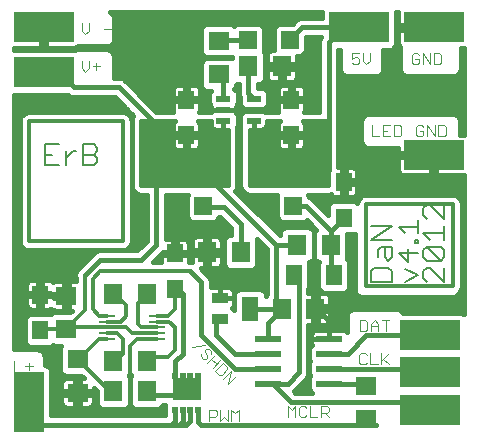
<source format=gtl>
G75*
G70*
%OFA0B0*%
%FSLAX24Y24*%
%IPPOS*%
%LPD*%
%AMOC8*
5,1,8,0,0,1.08239X$1,22.5*
%
%ADD10C,0.0060*%
%ADD11C,0.0030*%
%ADD12R,0.0472X0.0217*%
%ADD13R,0.0591X0.0591*%
%ADD14R,0.0710X0.0630*%
%ADD15R,0.0630X0.0710*%
%ADD16R,0.0551X0.0110*%
%ADD17R,0.0630X0.0709*%
%ADD18R,0.0571X0.0354*%
%ADD19R,0.0571X0.0827*%
%ADD20R,0.1000X0.2000*%
%ADD21R,0.0709X0.0630*%
%ADD22R,0.0866X0.0236*%
%ADD23R,0.2000X0.1000*%
%ADD24R,0.0551X0.0630*%
%ADD25R,0.0197X0.0248*%
%ADD26R,0.0966X0.0770*%
%ADD27R,0.0551X0.0709*%
%ADD28C,0.0160*%
%ADD29C,0.0120*%
%ADD30R,0.0396X0.0396*%
D10*
X009363Y009736D02*
X009830Y009736D01*
X010063Y009736D02*
X010063Y010203D01*
X010296Y010203D02*
X010063Y009969D01*
X010296Y010203D02*
X010413Y010203D01*
X010646Y010086D02*
X010996Y010086D01*
X011113Y009969D01*
X011113Y009853D01*
X010996Y009736D01*
X010646Y009736D01*
X010646Y010436D01*
X010996Y010436D01*
X011113Y010320D01*
X011113Y010203D01*
X010996Y010086D01*
X009830Y010436D02*
X009363Y010436D01*
X009363Y009736D01*
X009363Y010086D02*
X009596Y010086D01*
X020227Y007728D02*
X020928Y007728D01*
X020227Y007260D01*
X020928Y007260D01*
X020928Y007028D02*
X020578Y007028D01*
X020461Y006911D01*
X020461Y006677D01*
X020694Y006677D02*
X020694Y007028D01*
X020928Y007028D02*
X020928Y006677D01*
X020811Y006561D01*
X020694Y006677D01*
X020811Y006328D02*
X020344Y006328D01*
X020227Y006211D01*
X020227Y005861D01*
X020928Y005861D01*
X020928Y006211D01*
X020811Y006328D01*
X021376Y006288D02*
X021803Y006074D01*
X021376Y005861D01*
X021977Y005978D02*
X022094Y005861D01*
X021977Y005978D02*
X021977Y006211D01*
X022094Y006328D01*
X022211Y006328D01*
X022678Y005861D01*
X022678Y006328D01*
X022561Y006561D02*
X022094Y007028D01*
X022561Y007028D01*
X022678Y006911D01*
X022678Y006677D01*
X022561Y006561D01*
X022094Y006561D01*
X021977Y006677D01*
X021977Y006911D01*
X022094Y007028D01*
X022211Y007260D02*
X021977Y007494D01*
X022678Y007494D01*
X022678Y007260D02*
X022678Y007728D01*
X022678Y007960D02*
X022211Y008427D01*
X022094Y008427D01*
X021977Y008311D01*
X021977Y008077D01*
X022094Y007960D01*
X021803Y007899D02*
X021803Y007472D01*
X021803Y007686D02*
X021162Y007686D01*
X021376Y007472D01*
X021696Y007257D02*
X021696Y007150D01*
X021803Y007150D01*
X021803Y007257D01*
X021696Y007257D01*
X021483Y006932D02*
X021483Y006505D01*
X021162Y006826D01*
X021803Y006826D01*
X022678Y007960D02*
X022678Y008427D01*
D11*
X008595Y002846D02*
X008348Y002846D01*
X008348Y003216D01*
X008716Y003031D02*
X008963Y003031D01*
X008840Y003154D02*
X008840Y002908D01*
X014266Y003669D02*
X014702Y003757D01*
X014744Y003627D02*
X014701Y003583D01*
X014701Y003496D01*
X014788Y003409D01*
X014788Y003322D01*
X014744Y003278D01*
X014657Y003278D01*
X014570Y003365D01*
X014570Y003452D01*
X014744Y003627D02*
X014832Y003627D01*
X014919Y003540D01*
X014919Y003452D01*
X015048Y003410D02*
X014787Y003148D01*
X014918Y003279D02*
X015092Y003105D01*
X015223Y003236D02*
X014961Y002974D01*
X015047Y002888D02*
X015178Y002757D01*
X015265Y002757D01*
X015440Y002932D01*
X015440Y003019D01*
X015309Y003150D01*
X015047Y002888D01*
X015308Y002628D02*
X015569Y002889D01*
X015482Y002453D01*
X015744Y002715D01*
X015831Y001591D02*
X015831Y001221D01*
X015585Y001221D02*
X015585Y001591D01*
X015708Y001468D01*
X015831Y001591D01*
X015463Y001591D02*
X015463Y001221D01*
X015340Y001344D01*
X015216Y001221D01*
X015216Y001591D01*
X015095Y001529D02*
X015095Y001406D01*
X015033Y001344D01*
X014848Y001344D01*
X014848Y001221D02*
X014848Y001591D01*
X015033Y001591D01*
X015095Y001529D01*
X017473Y001346D02*
X017473Y001716D01*
X017596Y001593D01*
X017720Y001716D01*
X017720Y001346D01*
X017841Y001408D02*
X017903Y001346D01*
X018026Y001346D01*
X018088Y001408D01*
X018210Y001346D02*
X018456Y001346D01*
X018578Y001346D02*
X018578Y001716D01*
X018763Y001716D01*
X018825Y001654D01*
X018825Y001531D01*
X018763Y001469D01*
X018578Y001469D01*
X018701Y001469D02*
X018825Y001346D01*
X018210Y001346D02*
X018210Y001716D01*
X018088Y001654D02*
X018026Y001716D01*
X017903Y001716D01*
X017841Y001654D01*
X017841Y001408D01*
X019848Y003158D02*
X019910Y003096D01*
X020033Y003096D01*
X020095Y003158D01*
X020216Y003096D02*
X020463Y003096D01*
X020585Y003096D02*
X020585Y003466D01*
X020646Y003281D02*
X020831Y003096D01*
X020585Y003219D02*
X020831Y003466D01*
X020216Y003466D02*
X020216Y003096D01*
X019848Y003158D02*
X019848Y003404D01*
X019910Y003466D01*
X020033Y003466D01*
X020095Y003404D01*
X020053Y004196D02*
X019868Y004196D01*
X019868Y004566D01*
X020053Y004566D01*
X020115Y004504D01*
X020115Y004258D01*
X020053Y004196D01*
X020236Y004196D02*
X020236Y004443D01*
X020360Y004566D01*
X020483Y004443D01*
X020483Y004196D01*
X020483Y004381D02*
X020236Y004381D01*
X020605Y004566D02*
X020852Y004566D01*
X020728Y004566D02*
X020728Y004196D01*
X020638Y010696D02*
X020885Y010696D01*
X021006Y010696D02*
X021006Y011066D01*
X021192Y011066D01*
X021253Y011004D01*
X021253Y010758D01*
X021192Y010696D01*
X021006Y010696D01*
X020761Y010881D02*
X020638Y010881D01*
X020638Y011066D02*
X020638Y010696D01*
X020517Y010696D02*
X020270Y010696D01*
X020270Y011066D01*
X020638Y011066D02*
X020885Y011066D01*
X021743Y011004D02*
X021743Y010758D01*
X021805Y010696D01*
X021928Y010696D01*
X021990Y010758D01*
X021990Y010881D01*
X021866Y010881D01*
X021743Y011004D02*
X021805Y011066D01*
X021928Y011066D01*
X021990Y011004D01*
X022111Y011066D02*
X022111Y010696D01*
X022358Y010696D02*
X022111Y011066D01*
X022358Y011066D02*
X022358Y010696D01*
X022480Y010696D02*
X022665Y010696D01*
X022727Y010758D01*
X022727Y011004D01*
X022665Y011066D01*
X022480Y011066D01*
X022480Y010696D01*
X022520Y013096D02*
X022581Y013158D01*
X022581Y013404D01*
X022520Y013466D01*
X022335Y013466D01*
X022335Y013096D01*
X022520Y013096D01*
X022213Y013096D02*
X022213Y013466D01*
X021966Y013466D02*
X021966Y013096D01*
X021845Y013158D02*
X021845Y013281D01*
X021721Y013281D01*
X021598Y013158D02*
X021660Y013096D01*
X021783Y013096D01*
X021845Y013158D01*
X021845Y013404D02*
X021783Y013466D01*
X021660Y013466D01*
X021598Y013404D01*
X021598Y013158D01*
X021966Y013466D02*
X022213Y013096D01*
X020213Y013219D02*
X020213Y013466D01*
X020213Y013219D02*
X020090Y013096D01*
X019966Y013219D01*
X019966Y013466D01*
X019845Y013466D02*
X019598Y013466D01*
X019598Y013281D01*
X019721Y013343D01*
X019783Y013343D01*
X019845Y013281D01*
X019845Y013158D01*
X019783Y013096D01*
X019660Y013096D01*
X019598Y013158D01*
X011581Y014281D02*
X011335Y014281D01*
X010845Y014219D02*
X010845Y014466D01*
X010845Y014219D02*
X010721Y014096D01*
X010598Y014219D01*
X010598Y014466D01*
X010598Y013216D02*
X010598Y012969D01*
X010721Y012846D01*
X010845Y012969D01*
X010845Y013216D01*
X010966Y013031D02*
X011213Y013031D01*
X011090Y013154D02*
X011090Y012908D01*
D12*
X015321Y011955D03*
X015321Y011581D03*
X015321Y011207D03*
X016345Y011207D03*
X016345Y011955D03*
D13*
X016148Y013911D03*
X017526Y013911D03*
X017635Y008368D03*
X014643Y008368D03*
D14*
X015163Y012767D03*
X015163Y013887D03*
X010458Y003266D03*
X010458Y002146D03*
X020083Y002391D03*
X020083Y001271D03*
D15*
X015893Y006831D03*
X014773Y006831D03*
X017773Y007081D03*
X018893Y007081D03*
X017272Y013036D03*
X016152Y013036D03*
X012768Y002206D03*
X011648Y002206D03*
D16*
X011427Y003937D03*
X011427Y004134D03*
X011427Y004331D03*
X011427Y004528D03*
X011427Y004725D03*
X013120Y004725D03*
X013120Y004528D03*
X013120Y004331D03*
X013120Y004134D03*
X013120Y003937D03*
D17*
X012759Y003206D03*
X011657Y003206D03*
X011657Y005456D03*
X012759Y005456D03*
X017282Y004956D03*
X018384Y004956D03*
D18*
X015206Y005310D03*
X015206Y004602D03*
D19*
X016210Y004956D03*
D20*
X008833Y001831D03*
D21*
X010083Y004280D03*
X010083Y005382D03*
D22*
X016809Y003956D03*
X016809Y003456D03*
X016809Y002956D03*
X016809Y002456D03*
X018857Y002456D03*
X018857Y002956D03*
X018857Y003456D03*
X018857Y003956D03*
D23*
X022208Y004081D03*
X022208Y002831D03*
X022208Y001581D03*
X022333Y010081D03*
X022333Y014331D03*
X019833Y014331D03*
X009333Y014331D03*
X009333Y012831D03*
D24*
X014083Y011921D03*
X014083Y010740D03*
X017583Y010740D03*
X017583Y011921D03*
X019333Y009171D03*
X019333Y007990D03*
X013708Y006796D03*
X013708Y005615D03*
X009208Y005421D03*
X009208Y004240D03*
D25*
X013708Y002699D03*
X013964Y002699D03*
X014220Y002699D03*
X014476Y002699D03*
X014476Y001563D03*
X014220Y001563D03*
X013964Y001563D03*
X013708Y001563D03*
D26*
X014092Y002264D03*
D27*
X017664Y006081D03*
X019002Y006081D03*
D28*
X018893Y006190D01*
X018893Y007081D01*
X018893Y007550D01*
X018075Y008368D01*
X017635Y008368D01*
X017100Y008439D02*
X016177Y008439D01*
X016333Y008331D02*
X016833Y008331D01*
X017100Y008280D02*
X016336Y008280D01*
X016494Y008122D02*
X017100Y008122D01*
X017100Y008025D02*
X017136Y007937D01*
X017204Y007870D01*
X017292Y007833D01*
X017978Y007833D01*
X018066Y007870D01*
X018094Y007897D01*
X018397Y007594D01*
X018374Y007572D01*
X018338Y007484D01*
X018338Y006678D01*
X018374Y006590D01*
X018442Y006522D01*
X018494Y006501D01*
X018487Y006483D01*
X018487Y005679D01*
X018523Y005591D01*
X018591Y005523D01*
X018670Y005490D01*
X018462Y005490D01*
X018462Y005033D01*
X018879Y005033D01*
X018879Y005334D01*
X018867Y005380D01*
X018843Y005421D01*
X018810Y005454D01*
X018769Y005478D01*
X018736Y005487D01*
X019326Y005487D01*
X019414Y005523D01*
X019481Y005591D01*
X019518Y005679D01*
X019518Y006483D01*
X019481Y006571D01*
X019426Y006626D01*
X019448Y006678D01*
X019448Y007435D01*
X019656Y007435D01*
X019705Y007455D01*
X019705Y005564D01*
X019708Y005537D01*
X019714Y005511D01*
X019723Y005486D01*
X019734Y005461D01*
X019749Y005438D01*
X019765Y005417D01*
X019784Y005398D01*
X019806Y005381D01*
X019828Y005367D01*
X019853Y005355D01*
X019878Y005347D01*
X019904Y005341D01*
X019931Y005338D01*
X021225Y005338D01*
X021252Y005341D01*
X021278Y005347D01*
X021303Y005355D01*
X021308Y005358D01*
X021598Y005358D01*
X021603Y005355D01*
X021628Y005347D01*
X021654Y005341D01*
X021681Y005338D01*
X022975Y005338D01*
X023002Y005341D01*
X023028Y005347D01*
X023053Y005355D01*
X023078Y005367D01*
X023100Y005381D01*
X023121Y005398D01*
X023141Y005417D01*
X023157Y005438D01*
X023172Y005461D01*
X023183Y005486D01*
X023192Y005511D01*
X023194Y005517D01*
X023212Y005536D01*
X023258Y005646D01*
X023258Y008516D01*
X023212Y008626D01*
X023128Y008710D01*
X023018Y008756D01*
X020023Y008756D01*
X019913Y008710D01*
X019829Y008626D01*
X019783Y008516D01*
X019783Y008470D01*
X019744Y008509D01*
X019656Y008545D01*
X019010Y008545D01*
X018921Y008509D01*
X018854Y008441D01*
X018817Y008353D01*
X018817Y008078D01*
X018346Y008550D01*
X018256Y008640D01*
X018170Y008675D01*
X018170Y008711D01*
X018150Y008761D01*
X018897Y008761D01*
X018903Y008764D01*
X018913Y008746D01*
X018947Y008712D01*
X018988Y008689D01*
X019034Y008676D01*
X019275Y008676D01*
X019275Y009114D01*
X019391Y009114D01*
X019391Y009229D01*
X019789Y009229D01*
X019789Y009510D01*
X019776Y009556D01*
X019753Y009597D01*
X019719Y009630D01*
X019678Y009654D01*
X019632Y009666D01*
X019391Y009666D01*
X019391Y009229D01*
X019275Y009229D01*
X019275Y009666D01*
X019153Y009666D01*
X019153Y013591D01*
X019210Y013591D01*
X019210Y012934D01*
X019213Y012907D01*
X019219Y012881D01*
X019228Y012856D01*
X019239Y012831D01*
X019254Y012808D01*
X019270Y012787D01*
X019289Y012768D01*
X019311Y012751D01*
X019333Y012737D01*
X019358Y012725D01*
X019383Y012717D01*
X019409Y012711D01*
X019436Y012708D01*
X020429Y012708D01*
X020456Y012711D01*
X020482Y012717D01*
X020508Y012725D01*
X020532Y012737D01*
X020555Y012751D01*
X020576Y012768D01*
X020595Y012787D01*
X020612Y012808D01*
X020626Y012831D01*
X020638Y012856D01*
X020647Y012881D01*
X020653Y012907D01*
X020656Y012934D01*
X020656Y013591D01*
X020881Y013591D01*
X020969Y013627D01*
X021036Y013695D01*
X021073Y013783D01*
X021073Y014831D01*
X021153Y014831D01*
X021153Y014411D01*
X022253Y014411D01*
X022253Y014251D01*
X021153Y014251D01*
X021153Y013807D01*
X021165Y013761D01*
X021189Y013720D01*
X021221Y013688D01*
X021219Y013681D01*
X021213Y013654D01*
X021210Y013628D01*
X021210Y012934D01*
X021213Y012907D01*
X021219Y012881D01*
X021228Y012856D01*
X021239Y012831D01*
X021254Y012808D01*
X021270Y012787D01*
X021289Y012768D01*
X021311Y012751D01*
X021333Y012737D01*
X021358Y012725D01*
X021383Y012717D01*
X021409Y012711D01*
X021436Y012708D01*
X023002Y012708D01*
X023029Y012711D01*
X023055Y012717D01*
X023080Y012725D01*
X023105Y012737D01*
X023127Y012751D01*
X023149Y012768D01*
X023168Y012787D01*
X023184Y012808D01*
X023199Y012831D01*
X023210Y012856D01*
X023219Y012881D01*
X023225Y012907D01*
X023228Y012934D01*
X023228Y013628D01*
X023226Y013651D01*
X023333Y013651D01*
X023333Y010761D01*
X023206Y010761D01*
X023206Y011228D01*
X023203Y011254D01*
X023197Y011281D01*
X023188Y011306D01*
X023177Y011330D01*
X023162Y011353D01*
X023146Y011374D01*
X023126Y011393D01*
X023105Y011410D01*
X023083Y011425D01*
X023058Y011436D01*
X023033Y011445D01*
X023007Y011451D01*
X022980Y011454D01*
X020142Y011454D01*
X020115Y011451D01*
X020089Y011445D01*
X020063Y011436D01*
X020039Y011425D01*
X020016Y011410D01*
X019995Y011393D01*
X019976Y011374D01*
X019959Y011353D01*
X019945Y011330D01*
X019933Y011306D01*
X019924Y011281D01*
X019918Y011254D01*
X019915Y011228D01*
X019915Y010534D01*
X019918Y010507D01*
X019924Y010481D01*
X019933Y010456D01*
X019945Y010431D01*
X019959Y010408D01*
X019976Y010387D01*
X019995Y010368D01*
X020016Y010351D01*
X020039Y010337D01*
X020063Y010325D01*
X020089Y010317D01*
X020115Y010311D01*
X020142Y010308D01*
X021153Y010308D01*
X021153Y010161D01*
X022253Y010161D01*
X022253Y010001D01*
X021153Y010001D01*
X021153Y009557D01*
X021165Y009511D01*
X021189Y009470D01*
X021222Y009437D01*
X021263Y009413D01*
X021309Y009401D01*
X022253Y009401D01*
X022253Y010001D01*
X022413Y010001D01*
X022413Y009401D01*
X023333Y009401D01*
X023333Y004789D01*
X023256Y004821D01*
X021306Y004821D01*
X021302Y004830D01*
X021287Y004853D01*
X021271Y004874D01*
X021251Y004893D01*
X021230Y004910D01*
X021208Y004925D01*
X021183Y004936D01*
X021158Y004945D01*
X021132Y004951D01*
X021105Y004954D01*
X019666Y004954D01*
X019639Y004951D01*
X019612Y004945D01*
X019587Y004936D01*
X019563Y004925D01*
X019540Y004910D01*
X019519Y004893D01*
X019500Y004874D01*
X019483Y004853D01*
X019469Y004830D01*
X019457Y004806D01*
X019448Y004781D01*
X019442Y004754D01*
X019439Y004728D01*
X019439Y004175D01*
X019434Y004184D01*
X019400Y004218D01*
X019359Y004242D01*
X019313Y004254D01*
X018857Y004254D01*
X018857Y003956D01*
X018857Y003956D01*
X018857Y004557D01*
X018333Y005081D01*
X018307Y005110D02*
X018462Y005110D01*
X018462Y005033D02*
X018307Y005033D01*
X018307Y005490D01*
X018153Y005490D01*
X018153Y005615D01*
X018179Y005679D01*
X018179Y006483D01*
X018172Y006501D01*
X018224Y006522D01*
X018292Y006590D01*
X018328Y006678D01*
X018328Y007484D01*
X018292Y007572D01*
X018224Y007639D01*
X018136Y007676D01*
X017410Y007676D01*
X017322Y007639D01*
X017255Y007572D01*
X017218Y007484D01*
X017218Y007401D01*
X017215Y007401D01*
X015723Y008893D01*
X015729Y008900D01*
X015778Y009017D01*
X015778Y011004D01*
X015797Y011051D01*
X015797Y011363D01*
X015761Y011451D01*
X015737Y011475D01*
X015737Y011581D01*
X015737Y011687D01*
X015761Y011711D01*
X015797Y011799D01*
X015797Y012111D01*
X015761Y012199D01*
X015693Y012267D01*
X015678Y012273D01*
X015721Y012316D01*
X015758Y012404D01*
X015758Y012454D01*
X015789Y012441D01*
X015832Y012441D01*
X015832Y012084D01*
X015869Y011996D01*
X015869Y011799D01*
X015905Y011711D01*
X015973Y011643D01*
X016061Y011607D01*
X016629Y011607D01*
X016717Y011643D01*
X016784Y011711D01*
X016821Y011799D01*
X016821Y012111D01*
X016784Y012199D01*
X016717Y012267D01*
X016629Y012303D01*
X016472Y012303D01*
X016472Y012441D01*
X016515Y012441D01*
X016603Y012477D01*
X016670Y012545D01*
X016707Y012633D01*
X016707Y013438D01*
X016670Y013526D01*
X016667Y013530D01*
X016683Y013568D01*
X016683Y014254D01*
X016647Y014342D01*
X016579Y014409D01*
X016491Y014446D01*
X015805Y014446D01*
X015717Y014409D01*
X015683Y014376D01*
X015654Y014405D01*
X015565Y014442D01*
X014760Y014442D01*
X014672Y014405D01*
X014604Y014338D01*
X014568Y014249D01*
X014568Y013524D01*
X014604Y013436D01*
X014672Y013368D01*
X014760Y013332D01*
X015565Y013332D01*
X015597Y013345D01*
X015597Y013309D01*
X015565Y013322D01*
X014760Y013322D01*
X014672Y013286D01*
X014604Y013218D01*
X014568Y013130D01*
X014568Y012404D01*
X014604Y012316D01*
X014672Y012249D01*
X014760Y012212D01*
X014894Y012212D01*
X014881Y012199D01*
X014845Y012111D01*
X014845Y011799D01*
X014881Y011711D01*
X014905Y011687D01*
X014905Y011581D01*
X015321Y011581D01*
X015321Y011581D01*
X014905Y011581D01*
X014905Y011526D01*
X014520Y011526D01*
X014526Y011537D01*
X014539Y011583D01*
X014539Y011864D01*
X014141Y011864D01*
X014141Y011979D01*
X014539Y011979D01*
X014539Y012260D01*
X014526Y012306D01*
X014503Y012347D01*
X014469Y012380D01*
X014428Y012404D01*
X014382Y012416D01*
X014141Y012416D01*
X014141Y011979D01*
X014025Y011979D01*
X014025Y011864D01*
X013627Y011864D01*
X013627Y011583D01*
X013640Y011537D01*
X013646Y011526D01*
X013090Y011526D01*
X012014Y012602D01*
X011897Y012651D01*
X011669Y012651D01*
X011670Y012657D01*
X011673Y012684D01*
X011673Y013378D01*
X011670Y013404D01*
X011664Y013431D01*
X011655Y013456D01*
X011644Y013480D01*
X011629Y013503D01*
X011612Y013524D01*
X011593Y013543D01*
X011572Y013560D01*
X011549Y013575D01*
X011525Y013586D01*
X011500Y013595D01*
X011473Y013601D01*
X011447Y013604D01*
X010436Y013604D01*
X010409Y013601D01*
X010383Y013595D01*
X010358Y013586D01*
X010333Y013575D01*
X010327Y013571D01*
X008333Y013571D01*
X008333Y013651D01*
X009253Y013651D01*
X009253Y014251D01*
X009413Y014251D01*
X009413Y013651D01*
X010357Y013651D01*
X010402Y013663D01*
X010443Y013687D01*
X010464Y013708D01*
X011461Y013708D01*
X011487Y013711D01*
X011514Y013717D01*
X011539Y013725D01*
X011563Y013737D01*
X011586Y013751D01*
X011607Y013768D01*
X011626Y013787D01*
X011643Y013808D01*
X011658Y013831D01*
X011669Y013856D01*
X011678Y013881D01*
X011684Y013907D01*
X011687Y013934D01*
X011687Y014628D01*
X011684Y014654D01*
X011678Y014681D01*
X011669Y014706D01*
X011658Y014730D01*
X011643Y014753D01*
X011626Y014774D01*
X011607Y014793D01*
X011586Y014810D01*
X011563Y014825D01*
X011550Y014831D01*
X018593Y014831D01*
X018593Y014651D01*
X017882Y014651D01*
X017765Y014602D01*
X017675Y014512D01*
X017609Y014446D01*
X017183Y014446D01*
X017095Y014409D01*
X017027Y014342D01*
X016991Y014254D01*
X016991Y013571D01*
X016933Y013571D01*
X016887Y013558D01*
X016846Y013535D01*
X016813Y013501D01*
X016789Y013460D01*
X016777Y013414D01*
X016777Y013113D01*
X017194Y013113D01*
X017194Y012958D01*
X016777Y012958D01*
X016777Y012657D01*
X016789Y012611D01*
X016813Y012570D01*
X016846Y012537D01*
X016887Y012513D01*
X016933Y012501D01*
X017194Y012501D01*
X017194Y012958D01*
X017349Y012958D01*
X017349Y012501D01*
X017610Y012501D01*
X017656Y012513D01*
X017697Y012537D01*
X017731Y012570D01*
X017754Y012611D01*
X017767Y012657D01*
X017767Y012958D01*
X017349Y012958D01*
X017349Y013113D01*
X017767Y013113D01*
X017767Y013375D01*
X017869Y013375D01*
X017957Y013412D01*
X018025Y013479D01*
X018061Y013568D01*
X018061Y013993D01*
X018079Y014011D01*
X018561Y014011D01*
X018513Y013895D01*
X018513Y011526D01*
X018020Y011526D01*
X018026Y011537D01*
X018039Y011583D01*
X018039Y011864D01*
X017641Y011864D01*
X017641Y011979D01*
X018039Y011979D01*
X018039Y012260D01*
X018026Y012306D01*
X018003Y012347D01*
X017969Y012380D01*
X017928Y012404D01*
X017882Y012416D01*
X017641Y012416D01*
X017641Y011979D01*
X017525Y011979D01*
X017525Y011864D01*
X017127Y011864D01*
X017127Y011583D01*
X017140Y011537D01*
X017146Y011526D01*
X016699Y011526D01*
X016629Y011555D01*
X016061Y011555D01*
X015973Y011519D01*
X015905Y011451D01*
X015869Y011363D01*
X015869Y011051D01*
X015888Y011004D01*
X015888Y009017D01*
X015937Y008900D01*
X016027Y008810D01*
X016144Y008761D01*
X017120Y008761D01*
X017100Y008711D01*
X017100Y008025D01*
X017125Y007963D02*
X016653Y007963D01*
X016811Y007805D02*
X018186Y007805D01*
X018207Y007646D02*
X018344Y007646D01*
X018340Y007488D02*
X018326Y007488D01*
X018328Y007329D02*
X018338Y007329D01*
X018328Y007171D02*
X018338Y007171D01*
X018328Y007012D02*
X018338Y007012D01*
X018328Y006854D02*
X018338Y006854D01*
X018328Y006695D02*
X018338Y006695D01*
X018427Y006537D02*
X018238Y006537D01*
X018179Y006378D02*
X018487Y006378D01*
X018487Y006220D02*
X018179Y006220D01*
X018179Y006061D02*
X018487Y006061D01*
X018487Y005903D02*
X018179Y005903D01*
X018179Y005744D02*
X018487Y005744D01*
X018528Y005586D02*
X018153Y005586D01*
X018307Y005427D02*
X018462Y005427D01*
X018462Y005269D02*
X018307Y005269D01*
X018462Y005033D02*
X018462Y004878D01*
X018879Y004878D01*
X018879Y004578D01*
X018867Y004532D01*
X018843Y004491D01*
X018810Y004458D01*
X018769Y004434D01*
X018723Y004422D01*
X018462Y004422D01*
X018462Y004878D01*
X018307Y004878D01*
X018307Y004422D01*
X018153Y004422D01*
X018153Y002767D01*
X018104Y002650D01*
X017660Y002206D01*
X017715Y002151D01*
X018271Y002151D01*
X018220Y002202D01*
X018183Y002290D01*
X018183Y002622D01*
X018218Y002706D01*
X018183Y002790D01*
X018183Y003122D01*
X018218Y003206D01*
X018183Y003290D01*
X018183Y003622D01*
X018220Y003710D01*
X018264Y003754D01*
X018256Y003768D01*
X018243Y003814D01*
X018243Y003956D01*
X018857Y003956D01*
X018857Y004254D01*
X018400Y004254D01*
X018354Y004242D01*
X018313Y004218D01*
X018279Y004184D01*
X018256Y004143D01*
X018243Y004098D01*
X018243Y003956D01*
X018857Y003956D01*
X018857Y003956D01*
X018857Y004001D02*
X018857Y004001D01*
X018857Y004159D02*
X018857Y004159D01*
X018828Y004476D02*
X019439Y004476D01*
X019439Y004318D02*
X018153Y004318D01*
X018153Y004159D02*
X018265Y004159D01*
X018243Y004001D02*
X018153Y004001D01*
X018153Y003842D02*
X018243Y003842D01*
X018209Y003684D02*
X018153Y003684D01*
X018153Y003525D02*
X018183Y003525D01*
X018183Y003367D02*
X018153Y003367D01*
X018153Y003208D02*
X018217Y003208D01*
X018183Y003050D02*
X018153Y003050D01*
X018153Y002891D02*
X018183Y002891D01*
X018207Y002733D02*
X018139Y002733D01*
X018183Y002574D02*
X018029Y002574D01*
X018183Y002416D02*
X017870Y002416D01*
X017712Y002257D02*
X018197Y002257D01*
X017833Y002831D02*
X017833Y006081D01*
X017664Y006081D01*
X017583Y006081D01*
X016763Y006061D02*
X014805Y006061D01*
X014854Y006012D02*
X014604Y006262D01*
X014570Y006296D01*
X014696Y006296D01*
X014696Y006753D01*
X014851Y006753D01*
X014851Y006908D01*
X015268Y006908D01*
X015268Y007209D01*
X015256Y007255D01*
X015232Y007296D01*
X015199Y007330D01*
X015158Y007354D01*
X015112Y007366D01*
X014851Y007366D01*
X014851Y006908D01*
X014696Y006908D01*
X014696Y006753D01*
X014278Y006753D01*
X014278Y006523D01*
X014272Y006526D01*
X014164Y006526D01*
X014164Y006739D01*
X013766Y006739D01*
X013766Y006854D01*
X014696Y006854D01*
X014696Y006908D02*
X014278Y006908D01*
X014278Y007209D01*
X014290Y007255D01*
X014314Y007296D01*
X014348Y007330D01*
X014389Y007354D01*
X014434Y007366D01*
X014696Y007366D01*
X014696Y006908D01*
X014696Y007012D02*
X014851Y007012D01*
X014851Y006854D02*
X015338Y006854D01*
X015268Y006753D02*
X014851Y006753D01*
X014851Y006296D01*
X015112Y006296D01*
X015158Y006308D01*
X015199Y006332D01*
X015232Y006365D01*
X015256Y006406D01*
X015268Y006452D01*
X015268Y006753D01*
X015268Y006695D02*
X015338Y006695D01*
X015338Y006537D02*
X015268Y006537D01*
X015338Y006428D02*
X015374Y006340D01*
X015442Y006272D01*
X015530Y006236D01*
X016255Y006236D01*
X016344Y006272D01*
X016411Y006340D01*
X016448Y006428D01*
X016448Y007234D01*
X016427Y007285D01*
X016763Y006948D01*
X016763Y005445D01*
X016735Y005379D01*
X016735Y005417D01*
X016699Y005505D01*
X016631Y005573D01*
X016543Y005609D01*
X015877Y005609D01*
X015789Y005573D01*
X015721Y005505D01*
X015684Y005417D01*
X015684Y004925D01*
X015627Y004982D01*
X015605Y004992D01*
X015635Y005023D01*
X015659Y005064D01*
X015671Y005109D01*
X015671Y005302D01*
X015215Y005302D01*
X015215Y005319D01*
X015671Y005319D01*
X015671Y005511D01*
X015659Y005557D01*
X015635Y005598D01*
X015602Y005631D01*
X015561Y005655D01*
X015515Y005667D01*
X015215Y005667D01*
X015215Y005319D01*
X015197Y005319D01*
X015197Y005667D01*
X014903Y005667D01*
X014903Y005895D01*
X014854Y006012D01*
X014899Y005903D02*
X016763Y005903D01*
X016763Y005744D02*
X014903Y005744D01*
X015197Y005586D02*
X015215Y005586D01*
X015215Y005427D02*
X015197Y005427D01*
X015206Y005310D02*
X015333Y005310D01*
X015671Y005269D02*
X015684Y005269D01*
X015671Y005427D02*
X015689Y005427D01*
X015642Y005586D02*
X015820Y005586D01*
X015684Y005110D02*
X015671Y005110D01*
X015658Y004952D02*
X015684Y004952D01*
X015333Y004581D02*
X015083Y004581D01*
X015083Y004081D01*
X015708Y003456D01*
X016809Y003456D01*
X016809Y003956D02*
X016809Y004483D01*
X017120Y004794D01*
X017282Y004956D01*
X017083Y005155D01*
X017083Y007081D01*
X015083Y009081D01*
X015458Y009081D02*
X012583Y009081D01*
X012583Y011206D01*
X013708Y011206D01*
X013697Y011199D01*
X013663Y011166D01*
X013640Y011125D01*
X013627Y011079D01*
X013627Y010798D01*
X014025Y010798D01*
X014025Y010683D01*
X013627Y010683D01*
X013627Y010402D01*
X013640Y010356D01*
X013663Y010315D01*
X013697Y010281D01*
X013738Y010258D01*
X013784Y010245D01*
X014025Y010245D01*
X014025Y010683D01*
X014141Y010683D01*
X014141Y010798D01*
X014539Y010798D01*
X014539Y011079D01*
X014526Y011125D01*
X014503Y011166D01*
X014469Y011199D01*
X014458Y011206D01*
X014905Y011206D01*
X014905Y011075D01*
X014917Y011029D01*
X014941Y010988D01*
X014974Y010955D01*
X015015Y010931D01*
X015061Y010919D01*
X015321Y010919D01*
X015321Y011206D01*
X015321Y011206D01*
X015321Y010919D01*
X015458Y010919D01*
X015458Y009081D01*
X015458Y009231D02*
X012583Y009231D01*
X012583Y009390D02*
X015458Y009390D01*
X015458Y009548D02*
X012583Y009548D01*
X012583Y009707D02*
X015458Y009707D01*
X015458Y009865D02*
X012583Y009865D01*
X012583Y010024D02*
X015458Y010024D01*
X015458Y010182D02*
X012583Y010182D01*
X012583Y010341D02*
X013648Y010341D01*
X013627Y010499D02*
X012583Y010499D01*
X012583Y010658D02*
X013627Y010658D01*
X013627Y010816D02*
X012583Y010816D01*
X012583Y010975D02*
X013627Y010975D01*
X013645Y011133D02*
X012583Y011133D01*
X012263Y011270D02*
X012312Y011387D01*
X012318Y011393D01*
X011700Y012011D01*
X010269Y012011D01*
X010152Y012060D01*
X010120Y012091D01*
X008333Y012091D01*
X008333Y003604D01*
X009133Y003604D01*
X009160Y003601D01*
X009186Y003595D01*
X009212Y003586D01*
X009236Y003575D01*
X009259Y003560D01*
X009280Y003543D01*
X009299Y003524D01*
X009316Y003503D01*
X009330Y003480D01*
X009342Y003456D01*
X009351Y003431D01*
X009357Y003404D01*
X009360Y003378D01*
X009360Y003071D01*
X009381Y003071D01*
X009469Y003034D01*
X009536Y002967D01*
X009573Y002879D01*
X009573Y001401D01*
X013370Y001401D01*
X013370Y001735D01*
X013380Y001761D01*
X013305Y001761D01*
X013286Y001715D01*
X013219Y001647D01*
X013130Y001611D01*
X012405Y001611D01*
X012317Y001647D01*
X012249Y001715D01*
X012213Y001803D01*
X012213Y002609D01*
X012249Y002697D01*
X012254Y002702D01*
X012241Y002716D01*
X012208Y002795D01*
X012175Y002716D01*
X012161Y002702D01*
X012167Y002697D01*
X012203Y002609D01*
X012203Y001803D01*
X012167Y001715D01*
X012099Y001647D01*
X012011Y001611D01*
X011285Y001611D01*
X011197Y001647D01*
X011130Y001715D01*
X011093Y001803D01*
X011093Y002206D01*
X010993Y002307D01*
X010993Y002224D01*
X010535Y002224D01*
X010380Y002224D01*
X010380Y002641D01*
X010079Y002641D01*
X010034Y002629D01*
X009992Y002605D01*
X009959Y002572D01*
X009935Y002530D01*
X009923Y002485D01*
X009923Y002224D01*
X010380Y002224D01*
X010380Y002069D01*
X009923Y002069D01*
X009923Y001807D01*
X009935Y001762D01*
X009959Y001721D01*
X009992Y001687D01*
X010034Y001663D01*
X010079Y001651D01*
X010380Y001651D01*
X010380Y002069D01*
X010535Y002069D01*
X010535Y002224D01*
X010535Y002641D01*
X010658Y002641D01*
X010589Y002711D01*
X010055Y002711D01*
X009967Y002747D01*
X009900Y002815D01*
X009863Y002903D01*
X009863Y003628D01*
X009900Y003717D01*
X009908Y003725D01*
X009681Y003725D01*
X009639Y003742D01*
X009619Y003722D01*
X009531Y003685D01*
X008885Y003685D01*
X008796Y003722D01*
X008729Y003789D01*
X008692Y003878D01*
X008692Y004603D01*
X008729Y004691D01*
X008796Y004759D01*
X008885Y004795D01*
X009531Y004795D01*
X009573Y004778D01*
X009593Y004798D01*
X009681Y004835D01*
X010214Y004835D01*
X010266Y004887D01*
X010160Y004887D01*
X010160Y005305D01*
X010005Y005305D01*
X009664Y005305D01*
X009664Y005364D01*
X009266Y005364D01*
X009266Y005479D01*
X009549Y005479D01*
X009549Y005460D01*
X010005Y005460D01*
X010005Y005877D01*
X009705Y005877D01*
X009659Y005865D01*
X009628Y005847D01*
X009594Y005880D01*
X009553Y005904D01*
X009507Y005916D01*
X009266Y005916D01*
X009266Y005479D01*
X009150Y005479D01*
X009150Y005364D01*
X008752Y005364D01*
X008752Y005083D01*
X008765Y005037D01*
X008788Y004996D01*
X008822Y004962D01*
X008863Y004939D01*
X008909Y004926D01*
X009150Y004926D01*
X009150Y005364D01*
X009266Y005364D01*
X009266Y004926D01*
X009507Y004926D01*
X009553Y004939D01*
X009584Y004957D01*
X009585Y004957D01*
X009618Y004923D01*
X009659Y004899D01*
X009705Y004887D01*
X010005Y004887D01*
X010005Y005305D01*
X010005Y005460D01*
X010160Y005460D01*
X010160Y005877D01*
X010408Y005877D01*
X010408Y005969D01*
X010388Y006017D01*
X010388Y006145D01*
X010437Y006262D01*
X010937Y006762D01*
X011027Y006852D01*
X011144Y006901D01*
X012450Y006901D01*
X012763Y007213D01*
X012763Y008761D01*
X012519Y008761D01*
X012402Y008810D01*
X012312Y008900D01*
X012263Y009017D01*
X012263Y011270D01*
X012258Y011266D02*
X012212Y011376D01*
X012128Y011460D01*
X012018Y011506D01*
X008773Y011506D01*
X008663Y011460D01*
X008579Y011376D01*
X008533Y011266D01*
X008533Y007146D01*
X008579Y007036D01*
X008663Y006952D01*
X008773Y006906D01*
X008893Y006906D01*
X011898Y006906D01*
X012018Y006906D01*
X012128Y006952D01*
X012212Y007036D01*
X012258Y007146D01*
X012258Y011266D01*
X012247Y011292D02*
X012272Y011292D01*
X012261Y011450D02*
X012138Y011450D01*
X012102Y011609D02*
X008333Y011609D01*
X008333Y011767D02*
X011944Y011767D01*
X011785Y011926D02*
X008333Y011926D01*
X008333Y012084D02*
X010127Y012084D01*
X010333Y012331D02*
X011833Y012331D01*
X013333Y010831D01*
X014025Y010658D02*
X014141Y010658D01*
X014141Y010683D02*
X014141Y010245D01*
X014382Y010245D01*
X014428Y010258D01*
X014469Y010281D01*
X014503Y010315D01*
X014526Y010356D01*
X014539Y010402D01*
X014539Y010683D01*
X014141Y010683D01*
X014141Y010499D02*
X014025Y010499D01*
X014025Y010341D02*
X014141Y010341D01*
X014518Y010341D02*
X015458Y010341D01*
X015458Y010499D02*
X014539Y010499D01*
X014539Y010658D02*
X015458Y010658D01*
X015458Y010816D02*
X014539Y010816D01*
X014539Y010975D02*
X014954Y010975D01*
X014905Y011133D02*
X014521Y011133D01*
X014539Y011609D02*
X014905Y011609D01*
X014858Y011767D02*
X014539Y011767D01*
X014845Y011926D02*
X014141Y011926D01*
X014025Y011926D02*
X012690Y011926D01*
X012532Y012084D02*
X013627Y012084D01*
X013627Y011979D02*
X013627Y012260D01*
X013640Y012306D01*
X013663Y012347D01*
X013697Y012380D01*
X013738Y012404D01*
X013784Y012416D01*
X014025Y012416D01*
X014025Y011979D01*
X013627Y011979D01*
X013627Y011767D02*
X012849Y011767D01*
X013007Y011609D02*
X013627Y011609D01*
X014025Y012084D02*
X014141Y012084D01*
X014141Y012243D02*
X014025Y012243D01*
X014025Y012401D02*
X014141Y012401D01*
X014433Y012401D02*
X014569Y012401D01*
X014568Y012560D02*
X012056Y012560D01*
X012215Y012401D02*
X013733Y012401D01*
X013627Y012243D02*
X012373Y012243D01*
X011673Y012718D02*
X014568Y012718D01*
X014568Y012877D02*
X011673Y012877D01*
X011673Y013035D02*
X014568Y013035D01*
X014594Y013194D02*
X011673Y013194D01*
X011673Y013352D02*
X014710Y013352D01*
X014573Y013511D02*
X011623Y013511D01*
X011655Y013828D02*
X014568Y013828D01*
X014568Y013986D02*
X011687Y013986D01*
X011687Y014145D02*
X014568Y014145D01*
X014590Y014303D02*
X011687Y014303D01*
X011687Y014462D02*
X017625Y014462D01*
X017809Y014620D02*
X011687Y014620D01*
X011622Y014779D02*
X018593Y014779D01*
X017946Y014331D02*
X019833Y014331D01*
X019333Y014331D01*
X018833Y013831D01*
X018833Y010831D01*
X018833Y010816D02*
X018039Y010816D01*
X018039Y010798D02*
X018039Y011079D01*
X018026Y011125D01*
X018003Y011166D01*
X017969Y011199D01*
X017958Y011206D01*
X018833Y011206D01*
X018833Y009572D01*
X018817Y009534D01*
X018817Y009081D01*
X016208Y009081D01*
X016208Y010919D01*
X016345Y010919D01*
X016605Y010919D01*
X016650Y010931D01*
X016692Y010955D01*
X016725Y010988D01*
X016749Y011029D01*
X016761Y011075D01*
X016761Y011206D01*
X017208Y011206D01*
X017197Y011199D01*
X017163Y011166D01*
X017140Y011125D01*
X017127Y011079D01*
X017127Y010798D01*
X017525Y010798D01*
X017525Y010683D01*
X017127Y010683D01*
X017127Y010402D01*
X017140Y010356D01*
X017163Y010315D01*
X017197Y010281D01*
X017238Y010258D01*
X017284Y010245D01*
X017525Y010245D01*
X017525Y010683D01*
X017641Y010683D01*
X017641Y010798D01*
X018039Y010798D01*
X018039Y010683D02*
X017641Y010683D01*
X017641Y010245D01*
X017882Y010245D01*
X017928Y010258D01*
X017969Y010281D01*
X018003Y010315D01*
X018026Y010356D01*
X018039Y010402D01*
X018039Y010683D01*
X018039Y010658D02*
X018833Y010658D01*
X018833Y010499D02*
X018039Y010499D01*
X018018Y010341D02*
X018833Y010341D01*
X018833Y010182D02*
X016208Y010182D01*
X016208Y010024D02*
X018833Y010024D01*
X018833Y009865D02*
X016208Y009865D01*
X016208Y009707D02*
X018833Y009707D01*
X018823Y009548D02*
X016208Y009548D01*
X016208Y009390D02*
X018817Y009390D01*
X018817Y009231D02*
X016208Y009231D01*
X015888Y009231D02*
X015778Y009231D01*
X015778Y009073D02*
X015888Y009073D01*
X015931Y008914D02*
X015735Y008914D01*
X015860Y008756D02*
X017118Y008756D01*
X017100Y008597D02*
X016019Y008597D01*
X015333Y008331D02*
X015893Y007771D01*
X015893Y006831D01*
X016448Y006854D02*
X016763Y006854D01*
X016763Y006695D02*
X016448Y006695D01*
X016448Y006537D02*
X016763Y006537D01*
X016763Y006378D02*
X016427Y006378D01*
X016763Y006220D02*
X014646Y006220D01*
X014696Y006378D02*
X014851Y006378D01*
X014851Y006537D02*
X014696Y006537D01*
X014696Y006695D02*
X014851Y006695D01*
X015240Y006378D02*
X015358Y006378D01*
X015338Y006428D02*
X015338Y007234D01*
X015374Y007322D01*
X015442Y007389D01*
X015530Y007426D01*
X015573Y007426D01*
X015573Y007638D01*
X015200Y008011D01*
X015172Y008011D01*
X015142Y007937D01*
X015074Y007870D01*
X014986Y007833D01*
X014300Y007833D01*
X014212Y007870D01*
X014144Y007937D01*
X014108Y008025D01*
X014108Y008711D01*
X014128Y008761D01*
X013403Y008761D01*
X013403Y007290D01*
X013409Y007291D01*
X013650Y007291D01*
X013650Y006854D01*
X013308Y006854D01*
X013309Y006854D02*
X013650Y006854D01*
X013650Y006739D01*
X013252Y006739D01*
X013252Y006506D01*
X012960Y006506D01*
X013264Y006810D01*
X013309Y006854D01*
X013252Y006695D02*
X013150Y006695D01*
X013252Y006537D02*
X012991Y006537D01*
X012583Y006581D02*
X013083Y007081D01*
X013083Y009081D01*
X013333Y009331D01*
X013403Y008756D02*
X014126Y008756D01*
X014108Y008597D02*
X013403Y008597D01*
X013403Y008439D02*
X014108Y008439D01*
X014108Y008280D02*
X013403Y008280D01*
X013403Y008122D02*
X014108Y008122D01*
X014133Y007963D02*
X013403Y007963D01*
X013403Y007805D02*
X015406Y007805D01*
X015248Y007963D02*
X015153Y007963D01*
X015333Y007581D02*
X013583Y007581D01*
X013403Y007646D02*
X015565Y007646D01*
X015573Y007488D02*
X013403Y007488D01*
X013403Y007329D02*
X014347Y007329D01*
X014278Y007171D02*
X014154Y007171D01*
X014151Y007181D02*
X014128Y007222D01*
X014094Y007255D01*
X014053Y007279D01*
X014007Y007291D01*
X013766Y007291D01*
X013766Y006854D01*
X014164Y006854D01*
X014164Y007135D01*
X014151Y007181D01*
X014164Y007012D02*
X014278Y007012D01*
X014278Y006695D02*
X014164Y006695D01*
X014164Y006537D02*
X014278Y006537D01*
X014208Y006206D02*
X014333Y006081D01*
X014583Y005831D01*
X014583Y004081D01*
X015708Y002956D01*
X016809Y002956D01*
X016809Y002456D02*
X017458Y002456D01*
X017833Y002831D01*
X016958Y002456D02*
X016809Y002456D01*
X016958Y002456D02*
X017583Y001831D01*
X022333Y001831D01*
X022208Y001581D01*
X022208Y002831D02*
X022583Y003081D01*
X022581Y003061D01*
X022577Y003042D01*
X022569Y003024D01*
X022559Y003008D01*
X022546Y002993D01*
X022531Y002980D01*
X022515Y002970D01*
X022497Y002962D01*
X022478Y002958D01*
X022458Y002956D01*
X018857Y002956D01*
X018857Y003456D02*
X019458Y003456D01*
X020083Y004081D01*
X022208Y004081D01*
X022208Y003706D01*
X023322Y004793D02*
X023333Y004793D01*
X023333Y004952D02*
X021125Y004952D01*
X019757Y005427D02*
X018836Y005427D01*
X018879Y005269D02*
X023333Y005269D01*
X023333Y005427D02*
X023148Y005427D01*
X023233Y005586D02*
X023333Y005586D01*
X023333Y005744D02*
X023258Y005744D01*
X023258Y005903D02*
X023333Y005903D01*
X023333Y006061D02*
X023258Y006061D01*
X023258Y006220D02*
X023333Y006220D01*
X023333Y006378D02*
X023258Y006378D01*
X023258Y006537D02*
X023333Y006537D01*
X023333Y006695D02*
X023258Y006695D01*
X023258Y006854D02*
X023333Y006854D01*
X023333Y007012D02*
X023258Y007012D01*
X023258Y007171D02*
X023333Y007171D01*
X023333Y007329D02*
X023258Y007329D01*
X023258Y007488D02*
X023333Y007488D01*
X023333Y007646D02*
X023258Y007646D01*
X023258Y007805D02*
X023333Y007805D01*
X023333Y007963D02*
X023258Y007963D01*
X023258Y008122D02*
X023333Y008122D01*
X023333Y008280D02*
X023258Y008280D01*
X023258Y008439D02*
X023333Y008439D01*
X023333Y008597D02*
X023224Y008597D01*
X023333Y008756D02*
X019758Y008756D01*
X019753Y008746D02*
X019776Y008787D01*
X019789Y008833D01*
X019789Y009114D01*
X019391Y009114D01*
X019391Y008676D01*
X019632Y008676D01*
X019678Y008689D01*
X019719Y008712D01*
X019753Y008746D01*
X019817Y008597D02*
X018298Y008597D01*
X018152Y008756D02*
X018908Y008756D01*
X018853Y008439D02*
X018457Y008439D01*
X018615Y008280D02*
X018817Y008280D01*
X018817Y008122D02*
X018774Y008122D01*
X019333Y007990D02*
X018893Y007550D01*
X019448Y007329D02*
X019705Y007329D01*
X019705Y007171D02*
X019448Y007171D01*
X019448Y007012D02*
X019705Y007012D01*
X019705Y006854D02*
X019448Y006854D01*
X019448Y006695D02*
X019705Y006695D01*
X019705Y006537D02*
X019495Y006537D01*
X019518Y006378D02*
X019705Y006378D01*
X019705Y006220D02*
X019518Y006220D01*
X019518Y006061D02*
X019705Y006061D01*
X019705Y005903D02*
X019518Y005903D01*
X019518Y005744D02*
X019705Y005744D01*
X019705Y005586D02*
X019477Y005586D01*
X019645Y004952D02*
X018462Y004952D01*
X018462Y004793D02*
X018307Y004793D01*
X018307Y004635D02*
X018462Y004635D01*
X018462Y004476D02*
X018307Y004476D01*
X018879Y004635D02*
X019439Y004635D01*
X019452Y004793D02*
X018879Y004793D01*
X018879Y005110D02*
X023333Y005110D01*
X020083Y002391D02*
X020083Y002331D01*
X019958Y002456D01*
X018857Y002456D01*
X020083Y001271D02*
X020393Y001081D01*
X014583Y001081D01*
X014476Y001188D01*
X014476Y001563D01*
X014220Y001563D02*
X014220Y001218D01*
X014083Y001081D01*
X013833Y001081D01*
X013958Y001206D01*
X013958Y001581D01*
X013964Y001581D01*
X013964Y001563D01*
X013708Y001563D02*
X013708Y001206D01*
X013583Y001081D01*
X008833Y001081D01*
X008833Y001831D01*
X009573Y001782D02*
X009930Y001782D01*
X009923Y001940D02*
X009573Y001940D01*
X009573Y002099D02*
X010380Y002099D01*
X010535Y002099D02*
X011093Y002099D01*
X010993Y002069D02*
X010993Y001807D01*
X010981Y001762D01*
X010957Y001721D01*
X010923Y001687D01*
X010882Y001663D01*
X010837Y001651D01*
X010535Y001651D01*
X010535Y002069D01*
X010993Y002069D01*
X010993Y001940D02*
X011093Y001940D01*
X011102Y001782D02*
X010986Y001782D01*
X011255Y001623D02*
X009573Y001623D01*
X009573Y001465D02*
X013370Y001465D01*
X013370Y001623D02*
X013160Y001623D01*
X012893Y002081D02*
X012768Y002206D01*
X012893Y002081D02*
X013833Y002081D01*
X013708Y002206D01*
X013708Y002699D01*
X013708Y003206D01*
X013958Y003456D01*
X013958Y005456D01*
X013833Y005581D01*
X013583Y005581D01*
X012583Y006581D02*
X011208Y006581D01*
X010708Y006081D01*
X010419Y006220D02*
X008333Y006220D01*
X008333Y006378D02*
X010553Y006378D01*
X010711Y006537D02*
X008333Y006537D01*
X008333Y006695D02*
X010870Y006695D01*
X011031Y006854D02*
X008333Y006854D01*
X008333Y007012D02*
X008602Y007012D01*
X008533Y007171D02*
X008333Y007171D01*
X008333Y007329D02*
X008533Y007329D01*
X008533Y007488D02*
X008333Y007488D01*
X008333Y007646D02*
X008533Y007646D01*
X008533Y007805D02*
X008333Y007805D01*
X008333Y007963D02*
X008533Y007963D01*
X008533Y008122D02*
X008333Y008122D01*
X008333Y008280D02*
X008533Y008280D01*
X008533Y008439D02*
X008333Y008439D01*
X008333Y008597D02*
X008533Y008597D01*
X008533Y008756D02*
X008333Y008756D01*
X008333Y008914D02*
X008533Y008914D01*
X008533Y009073D02*
X008333Y009073D01*
X008333Y009231D02*
X008533Y009231D01*
X008533Y009390D02*
X008333Y009390D01*
X008333Y009548D02*
X008533Y009548D01*
X008533Y009707D02*
X008333Y009707D01*
X008333Y009865D02*
X008533Y009865D01*
X008533Y010024D02*
X008333Y010024D01*
X008333Y010182D02*
X008533Y010182D01*
X008533Y010341D02*
X008333Y010341D01*
X008333Y010499D02*
X008533Y010499D01*
X008533Y010658D02*
X008333Y010658D01*
X008333Y010816D02*
X008533Y010816D01*
X008533Y010975D02*
X008333Y010975D01*
X008333Y011133D02*
X008533Y011133D01*
X008544Y011292D02*
X008333Y011292D01*
X008333Y011450D02*
X008653Y011450D01*
X009333Y012831D02*
X009833Y012831D01*
X010333Y012331D01*
X010413Y013669D02*
X014568Y013669D01*
X015163Y013887D02*
X015186Y013911D01*
X016148Y013911D01*
X016683Y013986D02*
X016991Y013986D01*
X016991Y013828D02*
X016683Y013828D01*
X016683Y013669D02*
X016991Y013669D01*
X016823Y013511D02*
X016677Y013511D01*
X016707Y013352D02*
X016777Y013352D01*
X016777Y013194D02*
X016707Y013194D01*
X016707Y013035D02*
X017194Y013035D01*
X017349Y013035D02*
X018513Y013035D01*
X018513Y012877D02*
X017767Y012877D01*
X017767Y012718D02*
X018513Y012718D01*
X018513Y012560D02*
X017720Y012560D01*
X017641Y012401D02*
X017525Y012401D01*
X017525Y012416D02*
X017284Y012416D01*
X017238Y012404D01*
X017197Y012380D01*
X017163Y012347D01*
X017140Y012306D01*
X017127Y012260D01*
X017127Y011979D01*
X017525Y011979D01*
X017525Y012416D01*
X017525Y012243D02*
X017641Y012243D01*
X017641Y012084D02*
X017525Y012084D01*
X017525Y011926D02*
X016821Y011926D01*
X016821Y012084D02*
X017127Y012084D01*
X017127Y012243D02*
X016741Y012243D01*
X016472Y012401D02*
X017233Y012401D01*
X017194Y012560D02*
X017349Y012560D01*
X017349Y012718D02*
X017194Y012718D01*
X017194Y012877D02*
X017349Y012877D01*
X017767Y013194D02*
X018513Y013194D01*
X018513Y013352D02*
X017767Y013352D01*
X018038Y013511D02*
X018513Y013511D01*
X018513Y013669D02*
X018061Y013669D01*
X018061Y013828D02*
X018513Y013828D01*
X018551Y013986D02*
X018061Y013986D01*
X017946Y014331D02*
X017526Y013911D01*
X016991Y014145D02*
X016683Y014145D01*
X016663Y014303D02*
X017011Y014303D01*
X016777Y012877D02*
X016707Y012877D01*
X016707Y012718D02*
X016777Y012718D01*
X016823Y012560D02*
X016677Y012560D01*
X016152Y012148D02*
X016345Y011955D01*
X016152Y012148D02*
X016152Y013036D01*
X015832Y012401D02*
X015756Y012401D01*
X015717Y012243D02*
X015832Y012243D01*
X015832Y012084D02*
X015797Y012084D01*
X015797Y011926D02*
X015869Y011926D01*
X015882Y011767D02*
X015784Y011767D01*
X015737Y011609D02*
X016055Y011609D01*
X015905Y011450D02*
X015761Y011450D01*
X015737Y011581D02*
X015321Y011581D01*
X015737Y011581D01*
X015797Y011292D02*
X015869Y011292D01*
X015869Y011133D02*
X015797Y011133D01*
X015778Y010975D02*
X015888Y010975D01*
X015888Y010816D02*
X015778Y010816D01*
X015778Y010658D02*
X015888Y010658D01*
X015888Y010499D02*
X015778Y010499D01*
X015778Y010341D02*
X015888Y010341D01*
X015888Y010182D02*
X015778Y010182D01*
X015778Y010024D02*
X015888Y010024D01*
X015888Y009865D02*
X015778Y009865D01*
X015778Y009707D02*
X015888Y009707D01*
X015888Y009548D02*
X015778Y009548D01*
X015778Y009390D02*
X015888Y009390D01*
X016208Y010341D02*
X017148Y010341D01*
X017127Y010499D02*
X016208Y010499D01*
X016208Y010658D02*
X017127Y010658D01*
X017127Y010816D02*
X016208Y010816D01*
X016345Y010919D02*
X016345Y011206D01*
X016345Y010919D01*
X016345Y010975D02*
X016345Y010975D01*
X016345Y011133D02*
X016345Y011133D01*
X016345Y011206D02*
X016345Y011206D01*
X016761Y011133D02*
X017145Y011133D01*
X017127Y010975D02*
X016712Y010975D01*
X016634Y011609D02*
X017127Y011609D01*
X017127Y011767D02*
X016808Y011767D01*
X017641Y011926D02*
X018513Y011926D01*
X018513Y012084D02*
X018039Y012084D01*
X018039Y012243D02*
X018513Y012243D01*
X018513Y012401D02*
X017933Y012401D01*
X018039Y011767D02*
X018513Y011767D01*
X018513Y011609D02*
X018039Y011609D01*
X018021Y011133D02*
X018833Y011133D01*
X018833Y010975D02*
X018039Y010975D01*
X017641Y010658D02*
X017525Y010658D01*
X017525Y010499D02*
X017641Y010499D01*
X017641Y010341D02*
X017525Y010341D01*
X019153Y010341D02*
X020033Y010341D01*
X019920Y010499D02*
X019153Y010499D01*
X019153Y010658D02*
X019915Y010658D01*
X019915Y010816D02*
X019153Y010816D01*
X019153Y010975D02*
X019915Y010975D01*
X019915Y011133D02*
X019153Y011133D01*
X019153Y011292D02*
X019928Y011292D01*
X020112Y011450D02*
X019153Y011450D01*
X019153Y011609D02*
X023333Y011609D01*
X023333Y011767D02*
X019153Y011767D01*
X019153Y011926D02*
X023333Y011926D01*
X023333Y012084D02*
X019153Y012084D01*
X019153Y012243D02*
X023333Y012243D01*
X023333Y012401D02*
X019153Y012401D01*
X019153Y012560D02*
X023333Y012560D01*
X023333Y012718D02*
X023060Y012718D01*
X023218Y012877D02*
X023333Y012877D01*
X023333Y013035D02*
X023228Y013035D01*
X023228Y013194D02*
X023333Y013194D01*
X023333Y013352D02*
X023228Y013352D01*
X023228Y013511D02*
X023333Y013511D01*
X022253Y014303D02*
X021073Y014303D01*
X021073Y014145D02*
X021153Y014145D01*
X021153Y013986D02*
X021073Y013986D01*
X021073Y013828D02*
X021153Y013828D01*
X021216Y013669D02*
X021011Y013669D01*
X021210Y013511D02*
X020656Y013511D01*
X020656Y013352D02*
X021210Y013352D01*
X021210Y013194D02*
X020656Y013194D01*
X020656Y013035D02*
X021210Y013035D01*
X021220Y012877D02*
X020645Y012877D01*
X020487Y012718D02*
X021378Y012718D01*
X023010Y011450D02*
X023333Y011450D01*
X023333Y011292D02*
X023193Y011292D01*
X023206Y011133D02*
X023333Y011133D01*
X023333Y010975D02*
X023206Y010975D01*
X023206Y010816D02*
X023333Y010816D01*
X022413Y009865D02*
X022253Y009865D01*
X022253Y009707D02*
X022413Y009707D01*
X022413Y009548D02*
X022253Y009548D01*
X022253Y010024D02*
X019153Y010024D01*
X019153Y010182D02*
X021153Y010182D01*
X021153Y009865D02*
X019153Y009865D01*
X019153Y009707D02*
X021153Y009707D01*
X021155Y009548D02*
X019778Y009548D01*
X019789Y009390D02*
X023333Y009390D01*
X023333Y009231D02*
X019789Y009231D01*
X019789Y009073D02*
X023333Y009073D01*
X023333Y008914D02*
X019789Y008914D01*
X019391Y008914D02*
X019275Y008914D01*
X019275Y008756D02*
X019391Y008756D01*
X019391Y009073D02*
X019275Y009073D01*
X019275Y009231D02*
X019391Y009231D01*
X019391Y009390D02*
X019275Y009390D01*
X019275Y009548D02*
X019391Y009548D01*
X017339Y007646D02*
X016970Y007646D01*
X017128Y007488D02*
X017220Y007488D01*
X017083Y007081D02*
X017773Y007081D01*
X016699Y007012D02*
X016448Y007012D01*
X016448Y007171D02*
X016540Y007171D01*
X015382Y007329D02*
X015199Y007329D01*
X015268Y007171D02*
X015338Y007171D01*
X015338Y007012D02*
X015268Y007012D01*
X014851Y007171D02*
X014696Y007171D01*
X014696Y007329D02*
X014851Y007329D01*
X014981Y008331D02*
X014643Y008368D01*
X014981Y008331D02*
X015333Y008331D01*
X013766Y007171D02*
X013650Y007171D01*
X013650Y007012D02*
X013766Y007012D01*
X013766Y006854D02*
X013650Y006854D01*
X012720Y007171D02*
X012258Y007171D01*
X012258Y007329D02*
X012763Y007329D01*
X012763Y007488D02*
X012258Y007488D01*
X012258Y007646D02*
X012763Y007646D01*
X012763Y007805D02*
X012258Y007805D01*
X012333Y007831D02*
X012583Y007581D01*
X012763Y007963D02*
X012258Y007963D01*
X012258Y008122D02*
X012763Y008122D01*
X012763Y008280D02*
X012258Y008280D01*
X012258Y008439D02*
X012763Y008439D01*
X012763Y008597D02*
X012258Y008597D01*
X012258Y008756D02*
X012763Y008756D01*
X012306Y008914D02*
X012258Y008914D01*
X012258Y009073D02*
X012263Y009073D01*
X012258Y009231D02*
X012263Y009231D01*
X012258Y009390D02*
X012263Y009390D01*
X012258Y009548D02*
X012263Y009548D01*
X012258Y009707D02*
X012263Y009707D01*
X012258Y009865D02*
X012263Y009865D01*
X012258Y010024D02*
X012263Y010024D01*
X012258Y010182D02*
X012263Y010182D01*
X012258Y010341D02*
X012263Y010341D01*
X012258Y010499D02*
X012263Y010499D01*
X012258Y010658D02*
X012263Y010658D01*
X012258Y010816D02*
X012263Y010816D01*
X012258Y010975D02*
X012263Y010975D01*
X012258Y011133D02*
X012263Y011133D01*
X014539Y012084D02*
X014845Y012084D01*
X014686Y012243D02*
X014539Y012243D01*
X015163Y012767D02*
X015321Y012609D01*
X015321Y011955D01*
X015321Y011581D02*
X015321Y011581D01*
X015321Y011133D02*
X015321Y011133D01*
X015321Y010975D02*
X015321Y010975D01*
X019153Y012718D02*
X019378Y012718D01*
X019220Y012877D02*
X019153Y012877D01*
X019153Y013035D02*
X019210Y013035D01*
X019210Y013194D02*
X019153Y013194D01*
X019153Y013352D02*
X019210Y013352D01*
X019210Y013511D02*
X019153Y013511D01*
X021073Y014462D02*
X021153Y014462D01*
X021153Y014620D02*
X021073Y014620D01*
X021073Y014779D02*
X021153Y014779D01*
X012562Y007012D02*
X012189Y007012D01*
X010388Y006061D02*
X008333Y006061D01*
X008333Y005903D02*
X008861Y005903D01*
X008863Y005904D02*
X008822Y005880D01*
X008788Y005847D01*
X008765Y005806D01*
X008752Y005760D01*
X008752Y005479D01*
X009150Y005479D01*
X009150Y005916D01*
X008909Y005916D01*
X008863Y005904D01*
X008752Y005744D02*
X008333Y005744D01*
X008333Y005586D02*
X008752Y005586D01*
X009150Y005586D02*
X009266Y005586D01*
X009266Y005744D02*
X009150Y005744D01*
X009150Y005903D02*
X009266Y005903D01*
X009555Y005903D02*
X010408Y005903D01*
X010160Y005744D02*
X010005Y005744D01*
X010005Y005586D02*
X010160Y005586D01*
X010005Y005427D02*
X009266Y005427D01*
X009150Y005427D02*
X008333Y005427D01*
X008333Y005269D02*
X008752Y005269D01*
X008752Y005110D02*
X008333Y005110D01*
X008333Y004952D02*
X008840Y004952D01*
X008880Y004793D02*
X008333Y004793D01*
X008333Y004635D02*
X008706Y004635D01*
X008692Y004476D02*
X008333Y004476D01*
X008333Y004318D02*
X008692Y004318D01*
X008692Y004159D02*
X008333Y004159D01*
X008333Y004001D02*
X008692Y004001D01*
X008707Y003842D02*
X008333Y003842D01*
X008333Y003684D02*
X009886Y003684D01*
X009863Y003525D02*
X009298Y003525D01*
X009360Y003367D02*
X009863Y003367D01*
X009863Y003208D02*
X009360Y003208D01*
X009431Y003050D02*
X009863Y003050D01*
X009868Y002891D02*
X009568Y002891D01*
X009573Y002733D02*
X010002Y002733D01*
X009962Y002574D02*
X009573Y002574D01*
X009573Y002416D02*
X009923Y002416D01*
X009923Y002257D02*
X009573Y002257D01*
X010380Y002257D02*
X010535Y002257D01*
X010535Y002416D02*
X010380Y002416D01*
X010380Y002574D02*
X010535Y002574D01*
X010993Y002257D02*
X011042Y002257D01*
X010535Y001940D02*
X010380Y001940D01*
X010380Y001782D02*
X010535Y001782D01*
X011583Y003081D02*
X011657Y003081D01*
X011657Y003206D01*
X012182Y002733D02*
X012234Y002733D01*
X012213Y002574D02*
X012203Y002574D01*
X012203Y002416D02*
X012213Y002416D01*
X012203Y002257D02*
X012213Y002257D01*
X012203Y002099D02*
X012213Y002099D01*
X012203Y001940D02*
X012213Y001940D01*
X012222Y001782D02*
X012194Y001782D01*
X012041Y001623D02*
X012375Y001623D01*
X013583Y001081D02*
X013833Y001081D01*
X013833Y002081D02*
X013964Y002212D01*
X013964Y002699D01*
X014220Y002699D02*
X014220Y002218D01*
X014083Y002081D01*
X013833Y002081D01*
X014220Y002218D02*
X014476Y002474D01*
X014476Y002699D01*
X012833Y003206D02*
X012833Y003331D01*
X012833Y003206D02*
X012759Y003206D01*
X010583Y003331D02*
X010458Y003331D01*
X010458Y003266D01*
X009588Y004793D02*
X009536Y004793D01*
X009576Y004952D02*
X009589Y004952D01*
X009266Y004952D02*
X009150Y004952D01*
X009150Y005110D02*
X009266Y005110D01*
X009266Y005269D02*
X009150Y005269D01*
X009628Y005847D02*
X009628Y005847D01*
X010005Y005269D02*
X010160Y005269D01*
X010160Y005110D02*
X010005Y005110D01*
X010005Y004952D02*
X010160Y004952D01*
X016210Y004956D02*
X017208Y004956D01*
X017333Y005081D01*
X017333Y004831D01*
X017273Y004891D01*
X016756Y005427D02*
X016731Y005427D01*
X016763Y005586D02*
X016600Y005586D01*
X009413Y013669D02*
X009253Y013669D01*
X009253Y013828D02*
X009413Y013828D01*
X009413Y013986D02*
X009253Y013986D01*
X009253Y014145D02*
X009413Y014145D01*
D29*
X008833Y011206D02*
X008833Y007206D01*
X011958Y007206D01*
X011958Y011206D01*
X008833Y011206D01*
X010708Y006081D02*
X010708Y004905D01*
X010083Y004280D01*
X009247Y004280D01*
X009208Y004240D01*
X010083Y004280D02*
X010085Y004293D01*
X010090Y004306D01*
X010098Y004316D01*
X010109Y004324D01*
X010121Y004329D01*
X010134Y004331D01*
X011427Y004331D01*
X012083Y004331D01*
X012280Y004134D01*
X013120Y004134D01*
X013120Y003937D02*
X012439Y003937D01*
X012208Y003706D01*
X012208Y001706D01*
X012768Y002206D02*
X012893Y002331D01*
X013012Y002212D01*
X012833Y003331D02*
X013458Y003331D01*
X013708Y003581D01*
X013708Y004331D01*
X013511Y004528D01*
X013120Y004528D01*
X013120Y004725D02*
X013477Y004725D01*
X013708Y004956D01*
X013708Y005615D01*
X013708Y005581D01*
X013583Y005581D01*
X013708Y005615D02*
X013708Y005456D01*
X014208Y006206D02*
X011208Y006206D01*
X010958Y005956D01*
X010958Y004956D01*
X011189Y004725D01*
X011427Y004725D01*
X011427Y004528D02*
X011905Y004528D01*
X012083Y004706D01*
X012083Y005081D01*
X011583Y005581D01*
X011583Y005456D01*
X011583Y005331D01*
X011583Y005456D02*
X011657Y005456D01*
X012458Y005155D02*
X012759Y005456D01*
X012458Y005155D02*
X012458Y004456D01*
X012583Y004331D01*
X013120Y004331D01*
X011958Y003956D02*
X011958Y003456D01*
X011583Y003081D01*
X011518Y002206D02*
X011648Y002206D01*
X011518Y002206D02*
X010458Y003266D01*
X010458Y003456D01*
X010583Y003331D02*
X011189Y003937D01*
X011427Y003937D01*
X011427Y004134D02*
X011780Y004134D01*
X011958Y003956D01*
X010083Y005382D02*
X009247Y005382D01*
X009208Y005421D01*
X015083Y004581D02*
X015185Y004581D01*
X015206Y004602D01*
X017120Y004794D02*
X017217Y004891D01*
X017273Y004891D01*
X020083Y005706D02*
X020083Y008456D01*
X022958Y008456D01*
X022958Y005706D01*
X020083Y005706D01*
X022208Y009706D02*
X022333Y010081D01*
D30*
X016833Y008331D03*
X015333Y007581D03*
X013583Y007581D03*
X012583Y007581D03*
M02*

</source>
